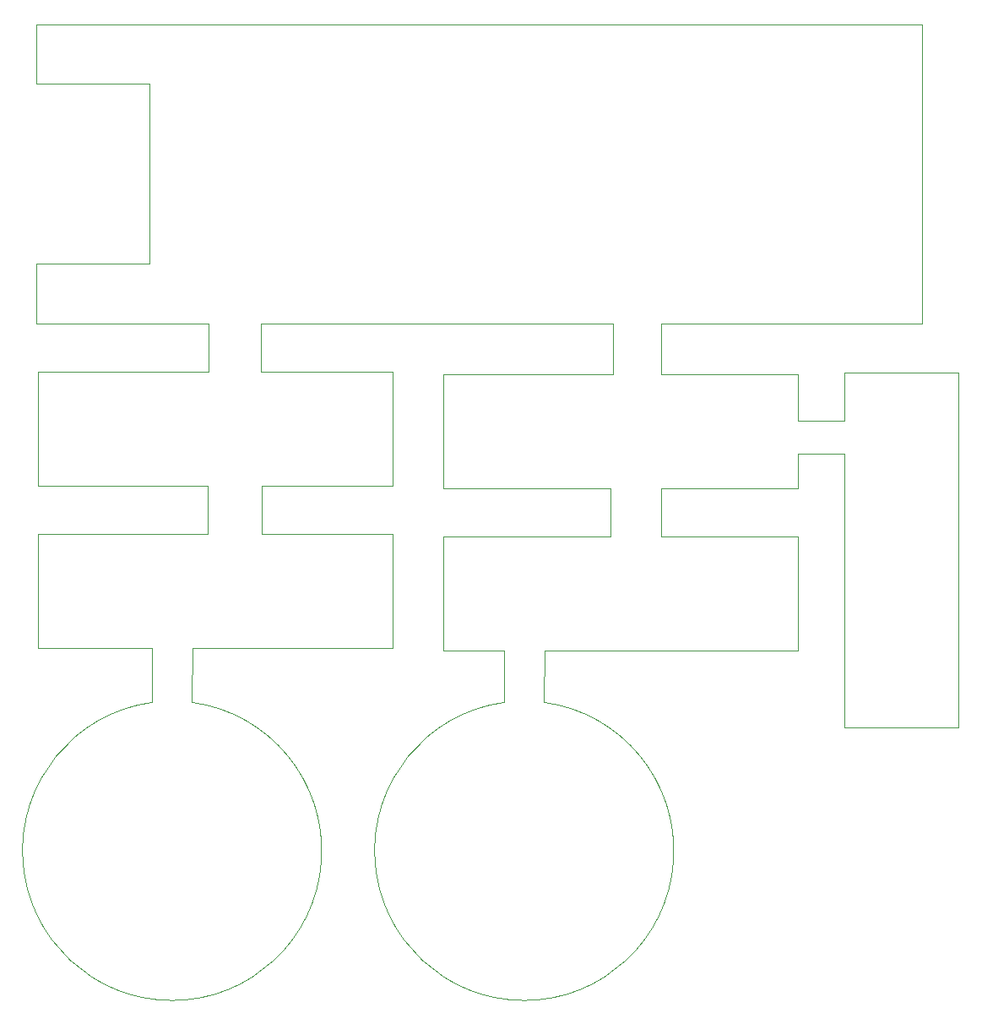
<source format=gbr>
G04 #@! TF.FileFunction,Profile,NP*
%FSLAX46Y46*%
G04 Gerber Fmt 4.6, Leading zero omitted, Abs format (unit mm)*
G04 Created by KiCad (PCBNEW 4.0.5) date Wed Mar  8 12:44:23 2017*
%MOMM*%
%LPD*%
G01*
G04 APERTURE LIST*
%ADD10C,0.100000*%
G04 APERTURE END LIST*
D10*
X70358000Y-83693000D02*
X64262000Y-83693000D01*
X70390000Y-88893000D02*
X70358000Y-83693000D01*
X74422000Y-83693000D02*
X99822000Y-83693000D01*
X74390000Y-88893000D02*
X74422000Y-83693000D01*
X39116000Y-83439000D02*
X59182000Y-83439000D01*
X39084000Y-88893000D02*
X39116000Y-83439000D01*
X35052000Y-83439000D02*
X23622000Y-83439000D01*
X35080000Y-88893000D02*
X35052000Y-83439000D01*
X104521000Y-64008000D02*
X104521000Y-91440000D01*
X99822000Y-64008000D02*
X104521000Y-64008000D01*
X99822000Y-67437000D02*
X99822000Y-64008000D01*
X86106000Y-67437000D02*
X99822000Y-67437000D01*
X86106000Y-72263000D02*
X86106000Y-67437000D01*
X99822000Y-72263000D02*
X86106000Y-72263000D01*
X81026000Y-72263000D02*
X64262000Y-72263000D01*
X81026000Y-67437000D02*
X81026000Y-72263000D01*
X64262000Y-67437000D02*
X81026000Y-67437000D01*
X59182000Y-83439000D02*
X59182000Y-72009000D01*
X23622000Y-72009000D02*
X40640000Y-72009000D01*
X46101000Y-72009000D02*
X59182000Y-72009000D01*
X46101000Y-67183000D02*
X59182000Y-67183000D01*
X46101000Y-72009000D02*
X46101000Y-67183000D01*
X40640000Y-67183000D02*
X40640000Y-72009000D01*
X23622000Y-67183000D02*
X40640000Y-67183000D01*
X104521000Y-60706000D02*
X104521000Y-55880000D01*
X99822000Y-60706000D02*
X104521000Y-60706000D01*
X99822000Y-56007000D02*
X99822000Y-60706000D01*
X115951000Y-55880000D02*
X104521000Y-55880000D01*
X86106000Y-56007000D02*
X99822000Y-56007000D01*
X64262000Y-56007000D02*
X81280000Y-56007000D01*
X23622000Y-55753000D02*
X40767000Y-55753000D01*
X45974000Y-55753000D02*
X59182000Y-55753000D01*
X86106000Y-50927000D02*
X112268000Y-50927000D01*
X86106000Y-56007000D02*
X86106000Y-50927000D01*
X81280000Y-50927000D02*
X81280000Y-56007000D01*
X45974000Y-50927000D02*
X81280000Y-50927000D01*
X45974000Y-55753000D02*
X45974000Y-50927000D01*
X40767000Y-50927000D02*
X40767000Y-55753000D01*
X23495000Y-50927000D02*
X40767000Y-50927000D01*
X70370434Y-88895645D02*
G75*
G03X74390000Y-88893000I2019566J-14863355D01*
G01*
X35064434Y-88895645D02*
G75*
G03X39084000Y-88893000I2019566J-14863355D01*
G01*
X23622000Y-72009000D02*
X23622000Y-83439000D01*
X99822000Y-83693000D02*
X99822000Y-72263000D01*
X64262000Y-72263000D02*
X64262000Y-83693000D01*
X104521000Y-91440000D02*
X115951000Y-91440000D01*
X115951000Y-91440000D02*
X115951000Y-55880000D01*
X64262000Y-56007000D02*
X64262000Y-67437000D01*
X112268000Y-26543000D02*
X112268000Y-20955000D01*
X112268000Y-44958000D02*
X112268000Y-50927000D01*
X34798000Y-26924000D02*
X34798000Y-44958000D01*
X23495000Y-44958000D02*
X34798000Y-44958000D01*
X23495000Y-50927000D02*
X23495000Y-44958000D01*
X23495000Y-26924000D02*
X34798000Y-26924000D01*
X23495000Y-20955000D02*
X23495000Y-26924000D01*
X34798000Y-20955000D02*
X23495000Y-20955000D01*
X112268000Y-44958000D02*
X112268000Y-26543000D01*
X34798000Y-20955000D02*
X112268000Y-20955000D01*
X23622000Y-55753000D02*
X23622000Y-67183000D01*
X59182000Y-67183000D02*
X59182000Y-55753000D01*
M02*

</source>
